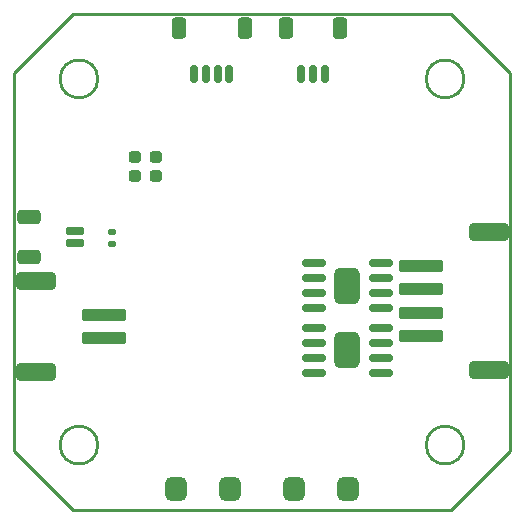
<source format=gbr>
%TF.GenerationSoftware,KiCad,Pcbnew,(6.0.5)*%
%TF.CreationDate,2023-02-02T15:23:46+08:00*%
%TF.ProjectId,Step_Ctrl_V2,53746570-5f43-4747-926c-5f56322e6b69,rev?*%
%TF.SameCoordinates,Original*%
%TF.FileFunction,Paste,Top*%
%TF.FilePolarity,Positive*%
%FSLAX46Y46*%
G04 Gerber Fmt 4.6, Leading zero omitted, Abs format (unit mm)*
G04 Created by KiCad (PCBNEW (6.0.5)) date 2023-02-02 15:23:46*
%MOMM*%
%LPD*%
G01*
G04 APERTURE LIST*
G04 Aperture macros list*
%AMRoundRect*
0 Rectangle with rounded corners*
0 $1 Rounding radius*
0 $2 $3 $4 $5 $6 $7 $8 $9 X,Y pos of 4 corners*
0 Add a 4 corners polygon primitive as box body*
4,1,4,$2,$3,$4,$5,$6,$7,$8,$9,$2,$3,0*
0 Add four circle primitives for the rounded corners*
1,1,$1+$1,$2,$3*
1,1,$1+$1,$4,$5*
1,1,$1+$1,$6,$7*
1,1,$1+$1,$8,$9*
0 Add four rect primitives between the rounded corners*
20,1,$1+$1,$2,$3,$4,$5,0*
20,1,$1+$1,$4,$5,$6,$7,0*
20,1,$1+$1,$6,$7,$8,$9,0*
20,1,$1+$1,$8,$9,$2,$3,0*%
G04 Aperture macros list end*
%TA.AperFunction,Profile*%
%ADD10C,0.250000*%
%TD*%
%ADD11RoundRect,0.150000X0.150000X0.625000X-0.150000X0.625000X-0.150000X-0.625000X0.150000X-0.625000X0*%
%ADD12RoundRect,0.250000X0.350000X0.650000X-0.350000X0.650000X-0.350000X-0.650000X0.350000X-0.650000X0*%
%ADD13RoundRect,0.250000X1.650000X-0.250000X1.650000X0.250000X-1.650000X0.250000X-1.650000X-0.250000X0*%
%ADD14RoundRect,0.375000X1.325000X-0.375000X1.325000X0.375000X-1.325000X0.375000X-1.325000X-0.375000X0*%
%ADD15RoundRect,0.175000X-0.825000X-0.175000X0.825000X-0.175000X0.825000X0.175000X-0.825000X0.175000X0*%
%ADD16RoundRect,0.552500X-0.552500X-0.997500X0.552500X-0.997500X0.552500X0.997500X-0.552500X0.997500X0*%
%ADD17RoundRect,0.450000X-0.450000X-0.550000X0.450000X-0.550000X0.450000X0.550000X-0.450000X0.550000X0*%
%ADD18RoundRect,0.450000X0.450000X0.550000X-0.450000X0.550000X-0.450000X-0.550000X0.450000X-0.550000X0*%
%ADD19RoundRect,0.135000X-0.185000X0.135000X-0.185000X-0.135000X0.185000X-0.135000X0.185000X0.135000X0*%
%ADD20RoundRect,0.250000X-1.650000X0.250000X-1.650000X-0.250000X1.650000X-0.250000X1.650000X0.250000X0*%
%ADD21RoundRect,0.375000X-1.325000X0.375000X-1.325000X-0.375000X1.325000X-0.375000X1.325000X0.375000X0*%
%ADD22RoundRect,0.150000X-0.650000X0.150000X-0.650000X-0.150000X0.650000X-0.150000X0.650000X0.150000X0*%
%ADD23RoundRect,0.300000X-0.700000X0.300000X-0.700000X-0.300000X0.700000X-0.300000X0.700000X0.300000X0*%
%ADD24RoundRect,0.237500X0.287500X0.237500X-0.287500X0.237500X-0.287500X-0.237500X0.287500X-0.237500X0*%
G04 APERTURE END LIST*
D10*
X146761000Y-114300000D02*
G75*
G03*
X146761000Y-114300000I-1600000J0D01*
G01*
X145661000Y-119800000D02*
X150661000Y-114800000D01*
X113661000Y-119800000D02*
X145661000Y-119800000D01*
X150661000Y-114800000D02*
X150661000Y-82800000D01*
X145661000Y-77800000D02*
X150661000Y-82800000D01*
X115761000Y-83300000D02*
G75*
G03*
X115761000Y-83300000I-1600000J0D01*
G01*
X146761000Y-83300000D02*
G75*
G03*
X146761000Y-83300000I-1600000J0D01*
G01*
X115761000Y-114300000D02*
G75*
G03*
X115761000Y-114300000I-1600000J0D01*
G01*
X145661000Y-77800000D02*
X113661000Y-77800000D01*
X108661000Y-82800000D02*
X108661000Y-114800000D01*
X108661000Y-82800000D02*
X113661000Y-77800000D01*
X113661000Y-119800000D02*
X108661000Y-114800000D01*
D11*
%TO.C,J2*%
X126900000Y-82900000D03*
X125900000Y-82900000D03*
X124900000Y-82900000D03*
X123900000Y-82900000D03*
D12*
X122600000Y-79025000D03*
X128200000Y-79025000D03*
%TD*%
D13*
%TO.C,J1*%
X116250000Y-103270000D03*
X116250000Y-105270000D03*
D14*
X110550000Y-100420000D03*
X110550000Y-108120000D03*
%TD*%
D15*
%TO.C,U6*%
X134100000Y-104385500D03*
X134100000Y-105655500D03*
X134100000Y-106925500D03*
X134100000Y-108195500D03*
X139700000Y-108195500D03*
X139700000Y-106925500D03*
X139700000Y-105655500D03*
X139700000Y-104385500D03*
D16*
X136900000Y-106290500D03*
%TD*%
D15*
%TO.C,U5*%
X134100000Y-98885500D03*
X134100000Y-100155500D03*
X134100000Y-101425500D03*
X134100000Y-102695500D03*
X139700000Y-102695500D03*
X139700000Y-101425500D03*
X139700000Y-100155500D03*
X139700000Y-98885500D03*
D16*
X136900000Y-100790500D03*
%TD*%
D17*
%TO.C,SW2*%
X132360000Y-118000000D03*
X136960000Y-118000000D03*
%TD*%
D18*
%TO.C,SW1*%
X126960000Y-118000000D03*
X122360000Y-118000000D03*
%TD*%
D19*
%TO.C,R10*%
X117000000Y-96290000D03*
X117000000Y-97310000D03*
%TD*%
D20*
%TO.C,J5*%
X143150000Y-105100000D03*
X143150000Y-103100000D03*
X143150000Y-101100000D03*
X143150000Y-99100000D03*
D21*
X148850000Y-107950000D03*
X148850000Y-96250000D03*
%TD*%
D22*
%TO.C,J4*%
X113870000Y-96200000D03*
X113870000Y-97200000D03*
D23*
X109970000Y-95000000D03*
X109970000Y-98400000D03*
%TD*%
D12*
%TO.C,J3*%
X136300000Y-79025000D03*
X131700000Y-79025000D03*
D11*
X133000000Y-82900000D03*
X134000000Y-82900000D03*
X135000000Y-82900000D03*
%TD*%
D24*
%TO.C,D3*%
X120675000Y-91500000D03*
X118925000Y-91500000D03*
%TD*%
%TO.C,D2*%
X120675000Y-89900000D03*
X118925000Y-89900000D03*
%TD*%
M02*

</source>
